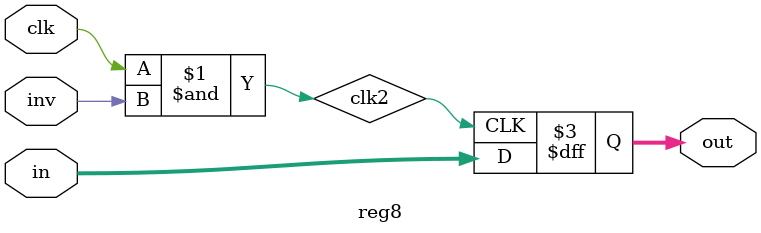
<source format=v>
module reg8(inv, clk,out, in);
input [7:0] in;
output [7:0] out;
input inv, clk;
wire clk2;
reg [7:0] out;
assign clk2 = clk &  inv;
always  @(posedge clk2) begin
   out <= in;
end
endmodule

</source>
